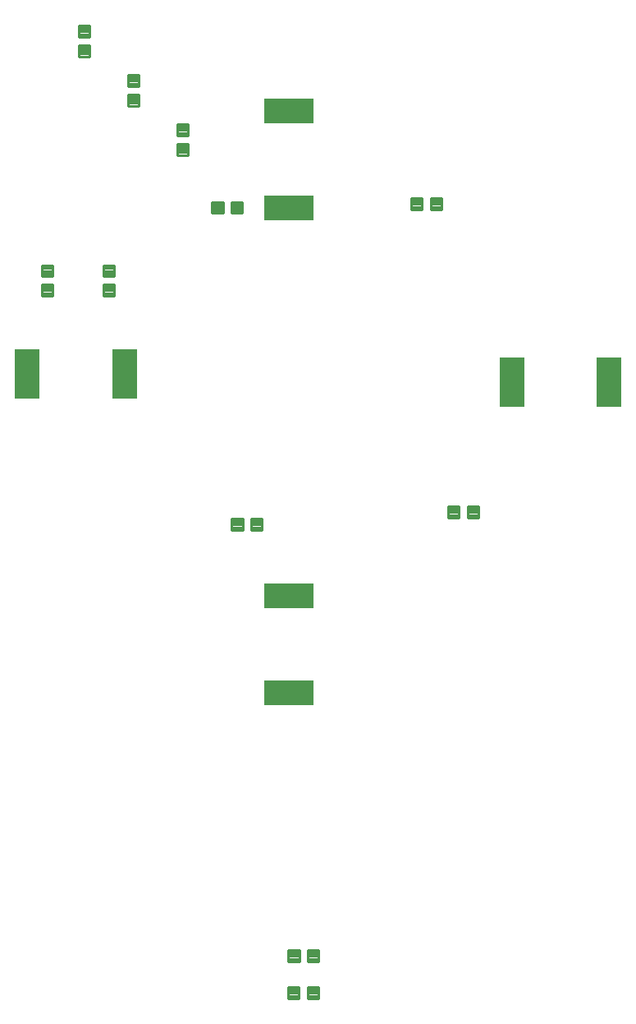
<source format=gbr>
G04 EAGLE Gerber RS-274X export*
G75*
%MOMM*%
%FSLAX34Y34*%
%LPD*%
%INSolderpaste Bottom*%
%IPPOS*%
%AMOC8*
5,1,8,0,0,1.08239X$1,22.5*%
G01*
%ADD10C,0.280000*%
%ADD11R,2.540000X5.080000*%
%ADD12R,5.080000X2.540000*%


D10*
X780300Y184900D02*
X769100Y184900D01*
X769100Y196100D01*
X780300Y196100D01*
X780300Y184900D01*
X780300Y187560D02*
X769100Y187560D01*
X769100Y190220D02*
X780300Y190220D01*
X780300Y192880D02*
X769100Y192880D01*
X769100Y195540D02*
X780300Y195540D01*
X789290Y184900D02*
X800490Y184900D01*
X789290Y184900D02*
X789290Y196100D01*
X800490Y196100D01*
X800490Y184900D01*
X800490Y187560D02*
X789290Y187560D01*
X789290Y190220D02*
X800490Y190220D01*
X800490Y192880D02*
X789290Y192880D01*
X789290Y195540D02*
X800490Y195540D01*
X800620Y234200D02*
X789420Y234200D01*
X800620Y234200D02*
X800620Y223000D01*
X789420Y223000D01*
X789420Y234200D01*
X789420Y225660D02*
X800620Y225660D01*
X800620Y228320D02*
X789420Y228320D01*
X789420Y230980D02*
X800620Y230980D01*
X800620Y233640D02*
X789420Y233640D01*
X780430Y234200D02*
X769230Y234200D01*
X780430Y234200D02*
X780430Y223000D01*
X769230Y223000D01*
X769230Y234200D01*
X769230Y225660D02*
X780430Y225660D01*
X780430Y228320D02*
X769230Y228320D01*
X769230Y230980D02*
X780430Y230980D01*
X780430Y233640D02*
X769230Y233640D01*
X934200Y680200D02*
X945400Y680200D01*
X934200Y680200D02*
X934200Y691400D01*
X945400Y691400D01*
X945400Y680200D01*
X945400Y682860D02*
X934200Y682860D01*
X934200Y685520D02*
X945400Y685520D01*
X945400Y688180D02*
X934200Y688180D01*
X934200Y690840D02*
X945400Y690840D01*
X954390Y680200D02*
X965590Y680200D01*
X954390Y680200D02*
X954390Y691400D01*
X965590Y691400D01*
X965590Y680200D01*
X965590Y682860D02*
X954390Y682860D01*
X954390Y685520D02*
X965590Y685520D01*
X965590Y688180D02*
X954390Y688180D01*
X954390Y690840D02*
X965590Y690840D01*
X742200Y678700D02*
X731000Y678700D01*
X742200Y678700D02*
X742200Y667500D01*
X731000Y667500D01*
X731000Y678700D01*
X731000Y670160D02*
X742200Y670160D01*
X742200Y672820D02*
X731000Y672820D01*
X731000Y675480D02*
X742200Y675480D01*
X742200Y678140D02*
X731000Y678140D01*
X722010Y678700D02*
X710810Y678700D01*
X722010Y678700D02*
X722010Y667500D01*
X710810Y667500D01*
X710810Y678700D01*
X710810Y670160D02*
X722010Y670160D01*
X722010Y672820D02*
X710810Y672820D01*
X710810Y675480D02*
X722010Y675480D01*
X722010Y678140D02*
X710810Y678140D01*
X896100Y997700D02*
X907300Y997700D01*
X896100Y997700D02*
X896100Y1008900D01*
X907300Y1008900D01*
X907300Y997700D01*
X907300Y1000360D02*
X896100Y1000360D01*
X896100Y1003020D02*
X907300Y1003020D01*
X907300Y1005680D02*
X896100Y1005680D01*
X896100Y1008340D02*
X907300Y1008340D01*
X916290Y997700D02*
X927490Y997700D01*
X916290Y997700D02*
X916290Y1008900D01*
X927490Y1008900D01*
X927490Y997700D01*
X927490Y1000360D02*
X916290Y1000360D01*
X916290Y1003020D02*
X927490Y1003020D01*
X927490Y1005680D02*
X916290Y1005680D01*
X916290Y1008340D02*
X927490Y1008340D01*
X721880Y1005090D02*
X710680Y1005090D01*
X721880Y1005090D02*
X721880Y993890D01*
X710680Y993890D01*
X710680Y1005090D01*
X710680Y996550D02*
X721880Y996550D01*
X721880Y999210D02*
X710680Y999210D01*
X710680Y1001870D02*
X721880Y1001870D01*
X721880Y1004530D02*
X710680Y1004530D01*
X701690Y1005090D02*
X690490Y1005090D01*
X701690Y1005090D02*
X701690Y993890D01*
X690490Y993890D01*
X690490Y1005090D01*
X690490Y996550D02*
X701690Y996550D01*
X701690Y999210D02*
X690490Y999210D01*
X690490Y1001870D02*
X701690Y1001870D01*
X701690Y1004530D02*
X690490Y1004530D01*
X589800Y920000D02*
X589800Y908800D01*
X578600Y908800D01*
X578600Y920000D01*
X589800Y920000D01*
X589800Y911460D02*
X578600Y911460D01*
X578600Y914120D02*
X589800Y914120D01*
X589800Y916780D02*
X578600Y916780D01*
X578600Y919440D02*
X589800Y919440D01*
X589800Y928990D02*
X589800Y940190D01*
X589800Y928990D02*
X578600Y928990D01*
X578600Y940190D01*
X589800Y940190D01*
X589800Y931650D02*
X578600Y931650D01*
X578600Y934310D02*
X589800Y934310D01*
X589800Y936970D02*
X578600Y936970D01*
X578600Y939630D02*
X589800Y939630D01*
X526300Y920000D02*
X526300Y908800D01*
X515100Y908800D01*
X515100Y920000D01*
X526300Y920000D01*
X526300Y911460D02*
X515100Y911460D01*
X515100Y914120D02*
X526300Y914120D01*
X526300Y916780D02*
X515100Y916780D01*
X515100Y919440D02*
X526300Y919440D01*
X526300Y928990D02*
X526300Y940190D01*
X526300Y928990D02*
X515100Y928990D01*
X515100Y940190D01*
X526300Y940190D01*
X526300Y931650D02*
X515100Y931650D01*
X515100Y934310D02*
X526300Y934310D01*
X526300Y936970D02*
X515100Y936970D01*
X515100Y939630D02*
X526300Y939630D01*
X654800Y1073900D02*
X654800Y1085100D01*
X666000Y1085100D01*
X666000Y1073900D01*
X654800Y1073900D01*
X654800Y1076560D02*
X666000Y1076560D01*
X666000Y1079220D02*
X654800Y1079220D01*
X654800Y1081880D02*
X666000Y1081880D01*
X666000Y1084540D02*
X654800Y1084540D01*
X654800Y1064910D02*
X654800Y1053710D01*
X654800Y1064910D02*
X666000Y1064910D01*
X666000Y1053710D01*
X654800Y1053710D01*
X654800Y1056370D02*
X666000Y1056370D01*
X666000Y1059030D02*
X654800Y1059030D01*
X654800Y1061690D02*
X666000Y1061690D01*
X666000Y1064350D02*
X654800Y1064350D01*
X604000Y1124700D02*
X604000Y1135900D01*
X615200Y1135900D01*
X615200Y1124700D01*
X604000Y1124700D01*
X604000Y1127360D02*
X615200Y1127360D01*
X615200Y1130020D02*
X604000Y1130020D01*
X604000Y1132680D02*
X615200Y1132680D01*
X615200Y1135340D02*
X604000Y1135340D01*
X604000Y1115710D02*
X604000Y1104510D01*
X604000Y1115710D02*
X615200Y1115710D01*
X615200Y1104510D01*
X604000Y1104510D01*
X604000Y1107170D02*
X615200Y1107170D01*
X615200Y1109830D02*
X604000Y1109830D01*
X604000Y1112490D02*
X615200Y1112490D01*
X615200Y1115150D02*
X604000Y1115150D01*
X553200Y1175500D02*
X553200Y1186700D01*
X564400Y1186700D01*
X564400Y1175500D01*
X553200Y1175500D01*
X553200Y1178160D02*
X564400Y1178160D01*
X564400Y1180820D02*
X553200Y1180820D01*
X553200Y1183480D02*
X564400Y1183480D01*
X564400Y1186140D02*
X553200Y1186140D01*
X553200Y1166510D02*
X553200Y1155310D01*
X553200Y1166510D02*
X564400Y1166510D01*
X564400Y1155310D01*
X553200Y1155310D01*
X553200Y1157970D02*
X564400Y1157970D01*
X564400Y1160630D02*
X553200Y1160630D01*
X553200Y1163290D02*
X564400Y1163290D01*
X564400Y1165950D02*
X553200Y1165950D01*
D11*
X1000100Y819300D03*
X1100100Y819300D03*
D12*
X770100Y599300D03*
X770100Y499300D03*
D11*
X600100Y828500D03*
X500100Y828500D03*
D12*
X770100Y999300D03*
X770100Y1099300D03*
M02*

</source>
